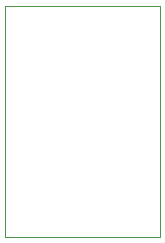
<source format=gbr>
%TF.GenerationSoftware,KiCad,Pcbnew,(6.0.2-0)*%
%TF.CreationDate,2022-03-04T08:16:24+00:00*%
%TF.ProjectId,Generic4,47656e65-7269-4633-942e-6b696361645f,1*%
%TF.SameCoordinates,Original*%
%TF.FileFunction,Profile,NP*%
%FSLAX46Y46*%
G04 Gerber Fmt 4.6, Leading zero omitted, Abs format (unit mm)*
G04 Created by KiCad (PCBNEW (6.0.2-0)) date 2022-03-04 08:16:24*
%MOMM*%
%LPD*%
G01*
G04 APERTURE LIST*
%TA.AperFunction,Profile*%
%ADD10C,0.100000*%
%TD*%
G04 APERTURE END LIST*
D10*
X106600000Y-38600000D02*
X106600000Y-58100000D01*
X106600000Y-58100000D02*
X93400000Y-58100000D01*
X93400000Y-58100000D02*
X93400000Y-38600000D01*
X93400000Y-38600000D02*
X106600000Y-38600000D01*
M02*

</source>
